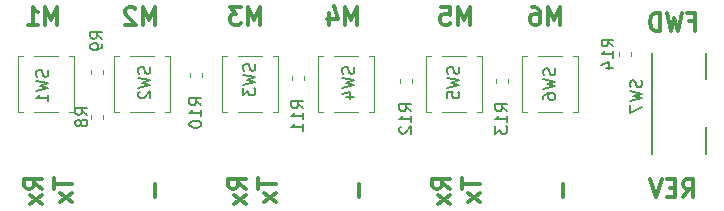
<source format=gbr>
G04 #@! TF.GenerationSoftware,KiCad,Pcbnew,(5.0.0)*
G04 #@! TF.CreationDate,2018-12-16T15:07:15-06:00*
G04 #@! TF.ProjectId,DriveBoard_Hardware,4472697665426F6172645F4861726477,rev?*
G04 #@! TF.SameCoordinates,Original*
G04 #@! TF.FileFunction,Legend,Bot*
G04 #@! TF.FilePolarity,Positive*
%FSLAX46Y46*%
G04 Gerber Fmt 4.6, Leading zero omitted, Abs format (unit mm)*
G04 Created by KiCad (PCBNEW (5.0.0)) date 12/16/18 15:07:15*
%MOMM*%
%LPD*%
G01*
G04 APERTURE LIST*
%ADD10C,0.300000*%
%ADD11C,0.120000*%
%ADD12C,0.150000*%
G04 APERTURE END LIST*
D10*
X126916571Y-51419142D02*
X126202285Y-50919142D01*
X126916571Y-50562000D02*
X125416571Y-50562000D01*
X125416571Y-51133428D01*
X125488000Y-51276285D01*
X125559428Y-51347714D01*
X125702285Y-51419142D01*
X125916571Y-51419142D01*
X126059428Y-51347714D01*
X126130857Y-51276285D01*
X126202285Y-51133428D01*
X126202285Y-50562000D01*
X126916571Y-51919142D02*
X125916571Y-52704857D01*
X125916571Y-51919142D02*
X126916571Y-52704857D01*
X136505142Y-50990571D02*
X136505142Y-52133428D01*
X127956571Y-50526285D02*
X127956571Y-51383428D01*
X129456571Y-50954857D02*
X127956571Y-50954857D01*
X129456571Y-51740571D02*
X128456571Y-52526285D01*
X128456571Y-51740571D02*
X129456571Y-52526285D01*
X144188571Y-51419142D02*
X143474285Y-50919142D01*
X144188571Y-50562000D02*
X142688571Y-50562000D01*
X142688571Y-51133428D01*
X142760000Y-51276285D01*
X142831428Y-51347714D01*
X142974285Y-51419142D01*
X143188571Y-51419142D01*
X143331428Y-51347714D01*
X143402857Y-51276285D01*
X143474285Y-51133428D01*
X143474285Y-50562000D01*
X144188571Y-51919142D02*
X143188571Y-52704857D01*
X143188571Y-51919142D02*
X144188571Y-52704857D01*
X153777142Y-50990571D02*
X153777142Y-52133428D01*
X145228571Y-50526285D02*
X145228571Y-51383428D01*
X146728571Y-50954857D02*
X145228571Y-50954857D01*
X146728571Y-51740571D02*
X145728571Y-52526285D01*
X145728571Y-51740571D02*
X146728571Y-52526285D01*
X161460571Y-51419142D02*
X160746285Y-50919142D01*
X161460571Y-50562000D02*
X159960571Y-50562000D01*
X159960571Y-51133428D01*
X160032000Y-51276285D01*
X160103428Y-51347714D01*
X160246285Y-51419142D01*
X160460571Y-51419142D01*
X160603428Y-51347714D01*
X160674857Y-51276285D01*
X160746285Y-51133428D01*
X160746285Y-50562000D01*
X161460571Y-51919142D02*
X160460571Y-52704857D01*
X160460571Y-51919142D02*
X161460571Y-52704857D01*
X162500571Y-50526285D02*
X162500571Y-51383428D01*
X164000571Y-50954857D02*
X162500571Y-50954857D01*
X164000571Y-51740571D02*
X163000571Y-52526285D01*
X163000571Y-51740571D02*
X164000571Y-52526285D01*
X171049142Y-50990571D02*
X171049142Y-52133428D01*
X181197142Y-52113571D02*
X181697142Y-51399285D01*
X182054285Y-52113571D02*
X182054285Y-50613571D01*
X181482857Y-50613571D01*
X181340000Y-50685000D01*
X181268571Y-50756428D01*
X181197142Y-50899285D01*
X181197142Y-51113571D01*
X181268571Y-51256428D01*
X181340000Y-51327857D01*
X181482857Y-51399285D01*
X182054285Y-51399285D01*
X180554285Y-51327857D02*
X180054285Y-51327857D01*
X179840000Y-52113571D02*
X180554285Y-52113571D01*
X180554285Y-50613571D01*
X179840000Y-50613571D01*
X179411428Y-50613571D02*
X178911428Y-52113571D01*
X178411428Y-50613571D01*
X181732857Y-37230857D02*
X182232857Y-37230857D01*
X182232857Y-38016571D02*
X182232857Y-36516571D01*
X181518571Y-36516571D01*
X181090000Y-36516571D02*
X180732857Y-38016571D01*
X180447142Y-36945142D01*
X180161428Y-38016571D01*
X179804285Y-36516571D01*
X179232857Y-38016571D02*
X179232857Y-36516571D01*
X178875714Y-36516571D01*
X178661428Y-36588000D01*
X178518571Y-36730857D01*
X178447142Y-36873714D01*
X178375714Y-37159428D01*
X178375714Y-37373714D01*
X178447142Y-37659428D01*
X178518571Y-37802285D01*
X178661428Y-37945142D01*
X178875714Y-38016571D01*
X179232857Y-38016571D01*
X170759285Y-37508571D02*
X170759285Y-36008571D01*
X170259285Y-37080000D01*
X169759285Y-36008571D01*
X169759285Y-37508571D01*
X168402142Y-36008571D02*
X168687857Y-36008571D01*
X168830714Y-36080000D01*
X168902142Y-36151428D01*
X169045000Y-36365714D01*
X169116428Y-36651428D01*
X169116428Y-37222857D01*
X169045000Y-37365714D01*
X168973571Y-37437142D01*
X168830714Y-37508571D01*
X168545000Y-37508571D01*
X168402142Y-37437142D01*
X168330714Y-37365714D01*
X168259285Y-37222857D01*
X168259285Y-36865714D01*
X168330714Y-36722857D01*
X168402142Y-36651428D01*
X168545000Y-36580000D01*
X168830714Y-36580000D01*
X168973571Y-36651428D01*
X169045000Y-36722857D01*
X169116428Y-36865714D01*
X163139285Y-37508571D02*
X163139285Y-36008571D01*
X162639285Y-37080000D01*
X162139285Y-36008571D01*
X162139285Y-37508571D01*
X160710714Y-36008571D02*
X161425000Y-36008571D01*
X161496428Y-36722857D01*
X161425000Y-36651428D01*
X161282142Y-36580000D01*
X160925000Y-36580000D01*
X160782142Y-36651428D01*
X160710714Y-36722857D01*
X160639285Y-36865714D01*
X160639285Y-37222857D01*
X160710714Y-37365714D01*
X160782142Y-37437142D01*
X160925000Y-37508571D01*
X161282142Y-37508571D01*
X161425000Y-37437142D01*
X161496428Y-37365714D01*
X153614285Y-37508571D02*
X153614285Y-36008571D01*
X153114285Y-37080000D01*
X152614285Y-36008571D01*
X152614285Y-37508571D01*
X151257142Y-36508571D02*
X151257142Y-37508571D01*
X151614285Y-35937142D02*
X151971428Y-37008571D01*
X151042857Y-37008571D01*
X145359285Y-37508571D02*
X145359285Y-36008571D01*
X144859285Y-37080000D01*
X144359285Y-36008571D01*
X144359285Y-37508571D01*
X143787857Y-36008571D02*
X142859285Y-36008571D01*
X143359285Y-36580000D01*
X143145000Y-36580000D01*
X143002142Y-36651428D01*
X142930714Y-36722857D01*
X142859285Y-36865714D01*
X142859285Y-37222857D01*
X142930714Y-37365714D01*
X143002142Y-37437142D01*
X143145000Y-37508571D01*
X143573571Y-37508571D01*
X143716428Y-37437142D01*
X143787857Y-37365714D01*
X136469285Y-37508571D02*
X136469285Y-36008571D01*
X135969285Y-37080000D01*
X135469285Y-36008571D01*
X135469285Y-37508571D01*
X134826428Y-36151428D02*
X134755000Y-36080000D01*
X134612142Y-36008571D01*
X134255000Y-36008571D01*
X134112142Y-36080000D01*
X134040714Y-36151428D01*
X133969285Y-36294285D01*
X133969285Y-36437142D01*
X134040714Y-36651428D01*
X134897857Y-37508571D01*
X133969285Y-37508571D01*
X128214285Y-37508571D02*
X128214285Y-36008571D01*
X127714285Y-37080000D01*
X127214285Y-36008571D01*
X127214285Y-37508571D01*
X125714285Y-37508571D02*
X126571428Y-37508571D01*
X126142857Y-37508571D02*
X126142857Y-36008571D01*
X126285714Y-36222857D01*
X126428571Y-36365714D01*
X126571428Y-36437142D01*
D11*
G04 #@! TO.C,SW1*
X129624000Y-44915000D02*
X129624000Y-40175000D01*
X129624000Y-44915000D02*
X129224000Y-44915000D01*
X129624000Y-40175000D02*
X129224000Y-40175000D01*
X124884000Y-44915000D02*
X125284000Y-44915000D01*
X124884000Y-44915000D02*
X124884000Y-40175000D01*
X124884000Y-40175000D02*
X125284000Y-40175000D01*
X126224000Y-40175000D02*
X128284000Y-40175000D01*
X126224000Y-44915000D02*
X128284000Y-44915000D01*
G04 #@! TO.C,SW2*
X134352000Y-44915000D02*
X136412000Y-44915000D01*
X134352000Y-40175000D02*
X136412000Y-40175000D01*
X133012000Y-40175000D02*
X133412000Y-40175000D01*
X133012000Y-44915000D02*
X133012000Y-40175000D01*
X133012000Y-44915000D02*
X133412000Y-44915000D01*
X137752000Y-40175000D02*
X137352000Y-40175000D01*
X137752000Y-44915000D02*
X137352000Y-44915000D01*
X137752000Y-44915000D02*
X137752000Y-40175000D01*
G04 #@! TO.C,SW3*
X146896000Y-44915000D02*
X146896000Y-40175000D01*
X146896000Y-44915000D02*
X146496000Y-44915000D01*
X146896000Y-40175000D02*
X146496000Y-40175000D01*
X142156000Y-44915000D02*
X142556000Y-44915000D01*
X142156000Y-44915000D02*
X142156000Y-40175000D01*
X142156000Y-40175000D02*
X142556000Y-40175000D01*
X143496000Y-40175000D02*
X145556000Y-40175000D01*
X143496000Y-44915000D02*
X145556000Y-44915000D01*
G04 #@! TO.C,SW4*
X151624000Y-44915000D02*
X153684000Y-44915000D01*
X151624000Y-40175000D02*
X153684000Y-40175000D01*
X150284000Y-40175000D02*
X150684000Y-40175000D01*
X150284000Y-44915000D02*
X150284000Y-40175000D01*
X150284000Y-44915000D02*
X150684000Y-44915000D01*
X155024000Y-40175000D02*
X154624000Y-40175000D01*
X155024000Y-44915000D02*
X154624000Y-44915000D01*
X155024000Y-44915000D02*
X155024000Y-40175000D01*
G04 #@! TO.C,SW5*
X164168000Y-44915000D02*
X164168000Y-40175000D01*
X164168000Y-44915000D02*
X163768000Y-44915000D01*
X164168000Y-40175000D02*
X163768000Y-40175000D01*
X159428000Y-44915000D02*
X159828000Y-44915000D01*
X159428000Y-44915000D02*
X159428000Y-40175000D01*
X159428000Y-40175000D02*
X159828000Y-40175000D01*
X160768000Y-40175000D02*
X162828000Y-40175000D01*
X160768000Y-44915000D02*
X162828000Y-44915000D01*
G04 #@! TO.C,SW6*
X168896000Y-44915000D02*
X170956000Y-44915000D01*
X168896000Y-40175000D02*
X170956000Y-40175000D01*
X167556000Y-40175000D02*
X167956000Y-40175000D01*
X167556000Y-44915000D02*
X167556000Y-40175000D01*
X167556000Y-44915000D02*
X167956000Y-44915000D01*
X172296000Y-40175000D02*
X171896000Y-40175000D01*
X172296000Y-44915000D02*
X171896000Y-44915000D01*
X172296000Y-44915000D02*
X172296000Y-40175000D01*
D12*
G04 #@! TO.C,SW7*
X178548000Y-39864000D02*
X178548000Y-48464000D01*
X183148000Y-39864000D02*
X183148000Y-42064000D01*
X183148000Y-46164000D02*
X183148000Y-48464000D01*
D11*
G04 #@! TO.C,R8*
X132082000Y-45153733D02*
X132082000Y-45496267D01*
X131062000Y-45153733D02*
X131062000Y-45496267D01*
G04 #@! TO.C,R9*
X132082000Y-41686267D02*
X132082000Y-41343733D01*
X131062000Y-41686267D02*
X131062000Y-41343733D01*
G04 #@! TO.C,R10*
X139444000Y-41940267D02*
X139444000Y-41597733D01*
X140464000Y-41940267D02*
X140464000Y-41597733D01*
G04 #@! TO.C,R11*
X149100000Y-42194267D02*
X149100000Y-41851733D01*
X148080000Y-42194267D02*
X148080000Y-41851733D01*
G04 #@! TO.C,R12*
X157224000Y-42448267D02*
X157224000Y-42105733D01*
X158244000Y-42448267D02*
X158244000Y-42105733D01*
G04 #@! TO.C,R13*
X166372000Y-42448267D02*
X166372000Y-42105733D01*
X165352000Y-42448267D02*
X165352000Y-42105733D01*
G04 #@! TO.C,R14*
X175766000Y-39819733D02*
X175766000Y-40162267D01*
X176786000Y-39819733D02*
X176786000Y-40162267D01*
G04 #@! TO.C,SW1*
D12*
X127404761Y-41338666D02*
X127452380Y-41481523D01*
X127452380Y-41719619D01*
X127404761Y-41814857D01*
X127357142Y-41862476D01*
X127261904Y-41910095D01*
X127166666Y-41910095D01*
X127071428Y-41862476D01*
X127023809Y-41814857D01*
X126976190Y-41719619D01*
X126928571Y-41529142D01*
X126880952Y-41433904D01*
X126833333Y-41386285D01*
X126738095Y-41338666D01*
X126642857Y-41338666D01*
X126547619Y-41386285D01*
X126500000Y-41433904D01*
X126452380Y-41529142D01*
X126452380Y-41767238D01*
X126500000Y-41910095D01*
X126452380Y-42243428D02*
X127452380Y-42481523D01*
X126738095Y-42672000D01*
X127452380Y-42862476D01*
X126452380Y-43100571D01*
X127452380Y-44005333D02*
X127452380Y-43433904D01*
X127452380Y-43719619D02*
X126452380Y-43719619D01*
X126595238Y-43624380D01*
X126690476Y-43529142D01*
X126738095Y-43433904D01*
G04 #@! TO.C,SW2*
X136040761Y-41084666D02*
X136088380Y-41227523D01*
X136088380Y-41465619D01*
X136040761Y-41560857D01*
X135993142Y-41608476D01*
X135897904Y-41656095D01*
X135802666Y-41656095D01*
X135707428Y-41608476D01*
X135659809Y-41560857D01*
X135612190Y-41465619D01*
X135564571Y-41275142D01*
X135516952Y-41179904D01*
X135469333Y-41132285D01*
X135374095Y-41084666D01*
X135278857Y-41084666D01*
X135183619Y-41132285D01*
X135136000Y-41179904D01*
X135088380Y-41275142D01*
X135088380Y-41513238D01*
X135136000Y-41656095D01*
X135088380Y-41989428D02*
X136088380Y-42227523D01*
X135374095Y-42418000D01*
X136088380Y-42608476D01*
X135088380Y-42846571D01*
X135183619Y-43179904D02*
X135136000Y-43227523D01*
X135088380Y-43322761D01*
X135088380Y-43560857D01*
X135136000Y-43656095D01*
X135183619Y-43703714D01*
X135278857Y-43751333D01*
X135374095Y-43751333D01*
X135516952Y-43703714D01*
X136088380Y-43132285D01*
X136088380Y-43751333D01*
G04 #@! TO.C,SW3*
X144930761Y-40830666D02*
X144978380Y-40973523D01*
X144978380Y-41211619D01*
X144930761Y-41306857D01*
X144883142Y-41354476D01*
X144787904Y-41402095D01*
X144692666Y-41402095D01*
X144597428Y-41354476D01*
X144549809Y-41306857D01*
X144502190Y-41211619D01*
X144454571Y-41021142D01*
X144406952Y-40925904D01*
X144359333Y-40878285D01*
X144264095Y-40830666D01*
X144168857Y-40830666D01*
X144073619Y-40878285D01*
X144026000Y-40925904D01*
X143978380Y-41021142D01*
X143978380Y-41259238D01*
X144026000Y-41402095D01*
X143978380Y-41735428D02*
X144978380Y-41973523D01*
X144264095Y-42164000D01*
X144978380Y-42354476D01*
X143978380Y-42592571D01*
X143978380Y-42878285D02*
X143978380Y-43497333D01*
X144359333Y-43164000D01*
X144359333Y-43306857D01*
X144406952Y-43402095D01*
X144454571Y-43449714D01*
X144549809Y-43497333D01*
X144787904Y-43497333D01*
X144883142Y-43449714D01*
X144930761Y-43402095D01*
X144978380Y-43306857D01*
X144978380Y-43021142D01*
X144930761Y-42925904D01*
X144883142Y-42878285D01*
G04 #@! TO.C,SW4*
X153312761Y-41084666D02*
X153360380Y-41227523D01*
X153360380Y-41465619D01*
X153312761Y-41560857D01*
X153265142Y-41608476D01*
X153169904Y-41656095D01*
X153074666Y-41656095D01*
X152979428Y-41608476D01*
X152931809Y-41560857D01*
X152884190Y-41465619D01*
X152836571Y-41275142D01*
X152788952Y-41179904D01*
X152741333Y-41132285D01*
X152646095Y-41084666D01*
X152550857Y-41084666D01*
X152455619Y-41132285D01*
X152408000Y-41179904D01*
X152360380Y-41275142D01*
X152360380Y-41513238D01*
X152408000Y-41656095D01*
X152360380Y-41989428D02*
X153360380Y-42227523D01*
X152646095Y-42418000D01*
X153360380Y-42608476D01*
X152360380Y-42846571D01*
X152693714Y-43656095D02*
X153360380Y-43656095D01*
X152312761Y-43418000D02*
X153027047Y-43179904D01*
X153027047Y-43798952D01*
G04 #@! TO.C,SW5*
X162202761Y-41084666D02*
X162250380Y-41227523D01*
X162250380Y-41465619D01*
X162202761Y-41560857D01*
X162155142Y-41608476D01*
X162059904Y-41656095D01*
X161964666Y-41656095D01*
X161869428Y-41608476D01*
X161821809Y-41560857D01*
X161774190Y-41465619D01*
X161726571Y-41275142D01*
X161678952Y-41179904D01*
X161631333Y-41132285D01*
X161536095Y-41084666D01*
X161440857Y-41084666D01*
X161345619Y-41132285D01*
X161298000Y-41179904D01*
X161250380Y-41275142D01*
X161250380Y-41513238D01*
X161298000Y-41656095D01*
X161250380Y-41989428D02*
X162250380Y-42227523D01*
X161536095Y-42418000D01*
X162250380Y-42608476D01*
X161250380Y-42846571D01*
X161250380Y-43703714D02*
X161250380Y-43227523D01*
X161726571Y-43179904D01*
X161678952Y-43227523D01*
X161631333Y-43322761D01*
X161631333Y-43560857D01*
X161678952Y-43656095D01*
X161726571Y-43703714D01*
X161821809Y-43751333D01*
X162059904Y-43751333D01*
X162155142Y-43703714D01*
X162202761Y-43656095D01*
X162250380Y-43560857D01*
X162250380Y-43322761D01*
X162202761Y-43227523D01*
X162155142Y-43179904D01*
G04 #@! TO.C,SW6*
X170330761Y-41211666D02*
X170378380Y-41354523D01*
X170378380Y-41592619D01*
X170330761Y-41687857D01*
X170283142Y-41735476D01*
X170187904Y-41783095D01*
X170092666Y-41783095D01*
X169997428Y-41735476D01*
X169949809Y-41687857D01*
X169902190Y-41592619D01*
X169854571Y-41402142D01*
X169806952Y-41306904D01*
X169759333Y-41259285D01*
X169664095Y-41211666D01*
X169568857Y-41211666D01*
X169473619Y-41259285D01*
X169426000Y-41306904D01*
X169378380Y-41402142D01*
X169378380Y-41640238D01*
X169426000Y-41783095D01*
X169378380Y-42116428D02*
X170378380Y-42354523D01*
X169664095Y-42545000D01*
X170378380Y-42735476D01*
X169378380Y-42973571D01*
X169378380Y-43783095D02*
X169378380Y-43592619D01*
X169426000Y-43497380D01*
X169473619Y-43449761D01*
X169616476Y-43354523D01*
X169806952Y-43306904D01*
X170187904Y-43306904D01*
X170283142Y-43354523D01*
X170330761Y-43402142D01*
X170378380Y-43497380D01*
X170378380Y-43687857D01*
X170330761Y-43783095D01*
X170283142Y-43830714D01*
X170187904Y-43878333D01*
X169949809Y-43878333D01*
X169854571Y-43830714D01*
X169806952Y-43783095D01*
X169759333Y-43687857D01*
X169759333Y-43497380D01*
X169806952Y-43402142D01*
X169854571Y-43354523D01*
X169949809Y-43306904D01*
G04 #@! TO.C,SW7*
X177652761Y-42230666D02*
X177700380Y-42373523D01*
X177700380Y-42611619D01*
X177652761Y-42706857D01*
X177605142Y-42754476D01*
X177509904Y-42802095D01*
X177414666Y-42802095D01*
X177319428Y-42754476D01*
X177271809Y-42706857D01*
X177224190Y-42611619D01*
X177176571Y-42421142D01*
X177128952Y-42325904D01*
X177081333Y-42278285D01*
X176986095Y-42230666D01*
X176890857Y-42230666D01*
X176795619Y-42278285D01*
X176748000Y-42325904D01*
X176700380Y-42421142D01*
X176700380Y-42659238D01*
X176748000Y-42802095D01*
X176700380Y-43135428D02*
X177700380Y-43373523D01*
X176986095Y-43564000D01*
X177700380Y-43754476D01*
X176700380Y-43992571D01*
X176700380Y-44278285D02*
X176700380Y-44944952D01*
X177700380Y-44516380D01*
G04 #@! TO.C,R8*
X130754380Y-45158333D02*
X130278190Y-44825000D01*
X130754380Y-44586904D02*
X129754380Y-44586904D01*
X129754380Y-44967857D01*
X129802000Y-45063095D01*
X129849619Y-45110714D01*
X129944857Y-45158333D01*
X130087714Y-45158333D01*
X130182952Y-45110714D01*
X130230571Y-45063095D01*
X130278190Y-44967857D01*
X130278190Y-44586904D01*
X130182952Y-45729761D02*
X130135333Y-45634523D01*
X130087714Y-45586904D01*
X129992476Y-45539285D01*
X129944857Y-45539285D01*
X129849619Y-45586904D01*
X129802000Y-45634523D01*
X129754380Y-45729761D01*
X129754380Y-45920238D01*
X129802000Y-46015476D01*
X129849619Y-46063095D01*
X129944857Y-46110714D01*
X129992476Y-46110714D01*
X130087714Y-46063095D01*
X130135333Y-46015476D01*
X130182952Y-45920238D01*
X130182952Y-45729761D01*
X130230571Y-45634523D01*
X130278190Y-45586904D01*
X130373428Y-45539285D01*
X130563904Y-45539285D01*
X130659142Y-45586904D01*
X130706761Y-45634523D01*
X130754380Y-45729761D01*
X130754380Y-45920238D01*
X130706761Y-46015476D01*
X130659142Y-46063095D01*
X130563904Y-46110714D01*
X130373428Y-46110714D01*
X130278190Y-46063095D01*
X130230571Y-46015476D01*
X130182952Y-45920238D01*
G04 #@! TO.C,R9*
X132024380Y-38695333D02*
X131548190Y-38362000D01*
X132024380Y-38123904D02*
X131024380Y-38123904D01*
X131024380Y-38504857D01*
X131072000Y-38600095D01*
X131119619Y-38647714D01*
X131214857Y-38695333D01*
X131357714Y-38695333D01*
X131452952Y-38647714D01*
X131500571Y-38600095D01*
X131548190Y-38504857D01*
X131548190Y-38123904D01*
X132024380Y-39171523D02*
X132024380Y-39362000D01*
X131976761Y-39457238D01*
X131929142Y-39504857D01*
X131786285Y-39600095D01*
X131595809Y-39647714D01*
X131214857Y-39647714D01*
X131119619Y-39600095D01*
X131072000Y-39552476D01*
X131024380Y-39457238D01*
X131024380Y-39266761D01*
X131072000Y-39171523D01*
X131119619Y-39123904D01*
X131214857Y-39076285D01*
X131452952Y-39076285D01*
X131548190Y-39123904D01*
X131595809Y-39171523D01*
X131643428Y-39266761D01*
X131643428Y-39457238D01*
X131595809Y-39552476D01*
X131548190Y-39600095D01*
X131452952Y-39647714D01*
G04 #@! TO.C,R10*
X140406380Y-44315142D02*
X139930190Y-43981809D01*
X140406380Y-43743714D02*
X139406380Y-43743714D01*
X139406380Y-44124666D01*
X139454000Y-44219904D01*
X139501619Y-44267523D01*
X139596857Y-44315142D01*
X139739714Y-44315142D01*
X139834952Y-44267523D01*
X139882571Y-44219904D01*
X139930190Y-44124666D01*
X139930190Y-43743714D01*
X140406380Y-45267523D02*
X140406380Y-44696095D01*
X140406380Y-44981809D02*
X139406380Y-44981809D01*
X139549238Y-44886571D01*
X139644476Y-44791333D01*
X139692095Y-44696095D01*
X139406380Y-45886571D02*
X139406380Y-45981809D01*
X139454000Y-46077047D01*
X139501619Y-46124666D01*
X139596857Y-46172285D01*
X139787333Y-46219904D01*
X140025428Y-46219904D01*
X140215904Y-46172285D01*
X140311142Y-46124666D01*
X140358761Y-46077047D01*
X140406380Y-45981809D01*
X140406380Y-45886571D01*
X140358761Y-45791333D01*
X140311142Y-45743714D01*
X140215904Y-45696095D01*
X140025428Y-45648476D01*
X139787333Y-45648476D01*
X139596857Y-45696095D01*
X139501619Y-45743714D01*
X139454000Y-45791333D01*
X139406380Y-45886571D01*
G04 #@! TO.C,R11*
X149042380Y-44569142D02*
X148566190Y-44235809D01*
X149042380Y-43997714D02*
X148042380Y-43997714D01*
X148042380Y-44378666D01*
X148090000Y-44473904D01*
X148137619Y-44521523D01*
X148232857Y-44569142D01*
X148375714Y-44569142D01*
X148470952Y-44521523D01*
X148518571Y-44473904D01*
X148566190Y-44378666D01*
X148566190Y-43997714D01*
X149042380Y-45521523D02*
X149042380Y-44950095D01*
X149042380Y-45235809D02*
X148042380Y-45235809D01*
X148185238Y-45140571D01*
X148280476Y-45045333D01*
X148328095Y-44950095D01*
X149042380Y-46473904D02*
X149042380Y-45902476D01*
X149042380Y-46188190D02*
X148042380Y-46188190D01*
X148185238Y-46092952D01*
X148280476Y-45997714D01*
X148328095Y-45902476D01*
G04 #@! TO.C,R12*
X158186380Y-44823142D02*
X157710190Y-44489809D01*
X158186380Y-44251714D02*
X157186380Y-44251714D01*
X157186380Y-44632666D01*
X157234000Y-44727904D01*
X157281619Y-44775523D01*
X157376857Y-44823142D01*
X157519714Y-44823142D01*
X157614952Y-44775523D01*
X157662571Y-44727904D01*
X157710190Y-44632666D01*
X157710190Y-44251714D01*
X158186380Y-45775523D02*
X158186380Y-45204095D01*
X158186380Y-45489809D02*
X157186380Y-45489809D01*
X157329238Y-45394571D01*
X157424476Y-45299333D01*
X157472095Y-45204095D01*
X157281619Y-46156476D02*
X157234000Y-46204095D01*
X157186380Y-46299333D01*
X157186380Y-46537428D01*
X157234000Y-46632666D01*
X157281619Y-46680285D01*
X157376857Y-46727904D01*
X157472095Y-46727904D01*
X157614952Y-46680285D01*
X158186380Y-46108857D01*
X158186380Y-46727904D01*
G04 #@! TO.C,R13*
X166314380Y-44823142D02*
X165838190Y-44489809D01*
X166314380Y-44251714D02*
X165314380Y-44251714D01*
X165314380Y-44632666D01*
X165362000Y-44727904D01*
X165409619Y-44775523D01*
X165504857Y-44823142D01*
X165647714Y-44823142D01*
X165742952Y-44775523D01*
X165790571Y-44727904D01*
X165838190Y-44632666D01*
X165838190Y-44251714D01*
X166314380Y-45775523D02*
X166314380Y-45204095D01*
X166314380Y-45489809D02*
X165314380Y-45489809D01*
X165457238Y-45394571D01*
X165552476Y-45299333D01*
X165600095Y-45204095D01*
X165314380Y-46108857D02*
X165314380Y-46727904D01*
X165695333Y-46394571D01*
X165695333Y-46537428D01*
X165742952Y-46632666D01*
X165790571Y-46680285D01*
X165885809Y-46727904D01*
X166123904Y-46727904D01*
X166219142Y-46680285D01*
X166266761Y-46632666D01*
X166314380Y-46537428D01*
X166314380Y-46251714D01*
X166266761Y-46156476D01*
X166219142Y-46108857D01*
G04 #@! TO.C,R14*
X175298380Y-39348142D02*
X174822190Y-39014809D01*
X175298380Y-38776714D02*
X174298380Y-38776714D01*
X174298380Y-39157666D01*
X174346000Y-39252904D01*
X174393619Y-39300523D01*
X174488857Y-39348142D01*
X174631714Y-39348142D01*
X174726952Y-39300523D01*
X174774571Y-39252904D01*
X174822190Y-39157666D01*
X174822190Y-38776714D01*
X175298380Y-40300523D02*
X175298380Y-39729095D01*
X175298380Y-40014809D02*
X174298380Y-40014809D01*
X174441238Y-39919571D01*
X174536476Y-39824333D01*
X174584095Y-39729095D01*
X174631714Y-41157666D02*
X175298380Y-41157666D01*
X174250761Y-40919571D02*
X174965047Y-40681476D01*
X174965047Y-41300523D01*
G04 #@! TD*
M02*

</source>
